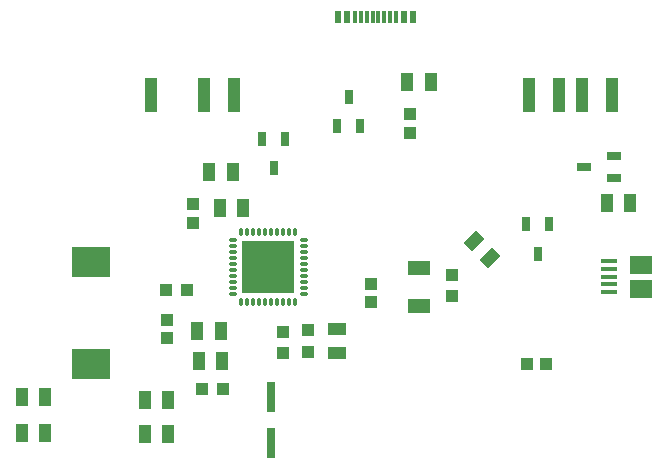
<source format=gbr>
G04*
G04 #@! TF.GenerationSoftware,Altium Limited,Altium Designer,24.3.1 (35)*
G04*
G04 Layer_Color=8421504*
%FSLAX44Y44*%
%MOMM*%
G71*
G04*
G04 #@! TF.SameCoordinates,7C1B9C0E-2346-4955-A66A-820B0877C6A1*
G04*
G04*
G04 #@! TF.FilePolarity,Positive*
G04*
G01*
G75*
%ADD18R,1.9558X1.5494*%
%ADD19R,1.3970X0.4572*%
%ADD20R,1.0000X1.5500*%
%ADD21R,1.1000X1.0000*%
%ADD22R,3.2004X2.4994*%
%ADD23O,0.2800X0.8000*%
%ADD24O,0.8000X0.2800*%
%ADD25R,4.5000X4.5000*%
G04:AMPARAMS|DCode=26|XSize=1mm|YSize=1.55mm|CornerRadius=0mm|HoleSize=0mm|Usage=FLASHONLY|Rotation=315.000|XOffset=0mm|YOffset=0mm|HoleType=Round|Shape=Rectangle|*
%AMROTATEDRECTD26*
4,1,4,-0.9016,-0.1945,0.1945,0.9016,0.9016,0.1945,-0.1945,-0.9016,-0.9016,-0.1945,0.0*
%
%ADD26ROTATEDRECTD26*%

%ADD27R,1.0000X1.1000*%
%ADD28R,0.6096X1.0922*%
%ADD29R,0.3048X1.0922*%
%ADD30R,1.1176X2.8702*%
%ADD31R,1.9000X1.2000*%
%ADD32R,1.5500X1.0000*%
%ADD33R,0.7000X1.2500*%
%ADD34R,1.2500X0.7000*%
%ADD35R,0.8000X2.5000*%
D18*
X937260Y573720D02*
D03*
Y553720D02*
D03*
D19*
X910260Y576720D02*
D03*
Y570220D02*
D03*
Y563720D02*
D03*
Y557220D02*
D03*
Y550720D02*
D03*
D20*
X591660Y652780D02*
D03*
X571660D02*
D03*
X600550Y622300D02*
D03*
X580550D02*
D03*
X739300Y728980D02*
D03*
X759300D02*
D03*
X561500Y518160D02*
D03*
X581500D02*
D03*
X582770Y492760D02*
D03*
X562770D02*
D03*
X517050Y430530D02*
D03*
X537050D02*
D03*
X517050Y459740D02*
D03*
X537050D02*
D03*
X432910Y462280D02*
D03*
X412910D02*
D03*
X432910Y431800D02*
D03*
X412910D02*
D03*
X928050Y626110D02*
D03*
X908050D02*
D03*
D21*
X557530Y625219D02*
D03*
Y609220D02*
D03*
X777240Y547370D02*
D03*
Y565370D02*
D03*
X708660Y541911D02*
D03*
Y557910D02*
D03*
X655320Y500270D02*
D03*
Y518270D02*
D03*
X741680Y701419D02*
D03*
Y685420D02*
D03*
X535890Y527429D02*
D03*
Y511430D02*
D03*
X633730Y517000D02*
D03*
Y499000D02*
D03*
D22*
X471170Y576072D02*
D03*
Y490220D02*
D03*
D23*
X643890Y601980D02*
D03*
X638891D02*
D03*
X633890D02*
D03*
X628891D02*
D03*
X623890D02*
D03*
X618891D02*
D03*
X613890D02*
D03*
X608891D02*
D03*
X603890D02*
D03*
X598891D02*
D03*
Y541980D02*
D03*
X603890D02*
D03*
X608891D02*
D03*
X613890D02*
D03*
X618891D02*
D03*
X623890D02*
D03*
X628891D02*
D03*
X633890D02*
D03*
X638891D02*
D03*
X643890D02*
D03*
D24*
X591391Y594479D02*
D03*
Y589481D02*
D03*
Y584479D02*
D03*
Y579481D02*
D03*
Y574479D02*
D03*
Y569481D02*
D03*
Y564479D02*
D03*
Y559481D02*
D03*
Y554479D02*
D03*
Y549481D02*
D03*
X651391D02*
D03*
Y554479D02*
D03*
Y559481D02*
D03*
Y564479D02*
D03*
Y569481D02*
D03*
Y574479D02*
D03*
Y579481D02*
D03*
Y584479D02*
D03*
Y589481D02*
D03*
Y594479D02*
D03*
D25*
X621391Y571980D02*
D03*
D26*
X795569Y593811D02*
D03*
X809711Y579669D02*
D03*
D27*
X565040Y468630D02*
D03*
X583040D02*
D03*
X534560Y552450D02*
D03*
X552560D02*
D03*
X856360Y490220D02*
D03*
X840361D02*
D03*
D28*
X680340Y783590D02*
D03*
X736340D02*
D03*
X744340D02*
D03*
X688340D02*
D03*
D29*
X694840D02*
D03*
X699840D02*
D03*
X704840D02*
D03*
X714840D02*
D03*
X709840D02*
D03*
X719840D02*
D03*
X724840D02*
D03*
X729840D02*
D03*
D30*
X867570Y717815D02*
D03*
X887570D02*
D03*
X842570D02*
D03*
X912570D02*
D03*
X567530D02*
D03*
X522530D02*
D03*
X592530D02*
D03*
D31*
X749300Y538989D02*
D03*
Y570990D02*
D03*
D32*
X679450Y499270D02*
D03*
Y519270D02*
D03*
D33*
X689610Y716077D02*
D03*
X699110Y691083D02*
D03*
X680110D02*
D03*
X849630Y583133D02*
D03*
X840130Y608127D02*
D03*
X859130D02*
D03*
X626110Y655523D02*
D03*
X616610Y680517D02*
D03*
X635610D02*
D03*
D34*
X889203Y656590D02*
D03*
X914197Y666090D02*
D03*
Y647090D02*
D03*
D35*
X623570Y422910D02*
D03*
Y462280D02*
D03*
M02*

</source>
